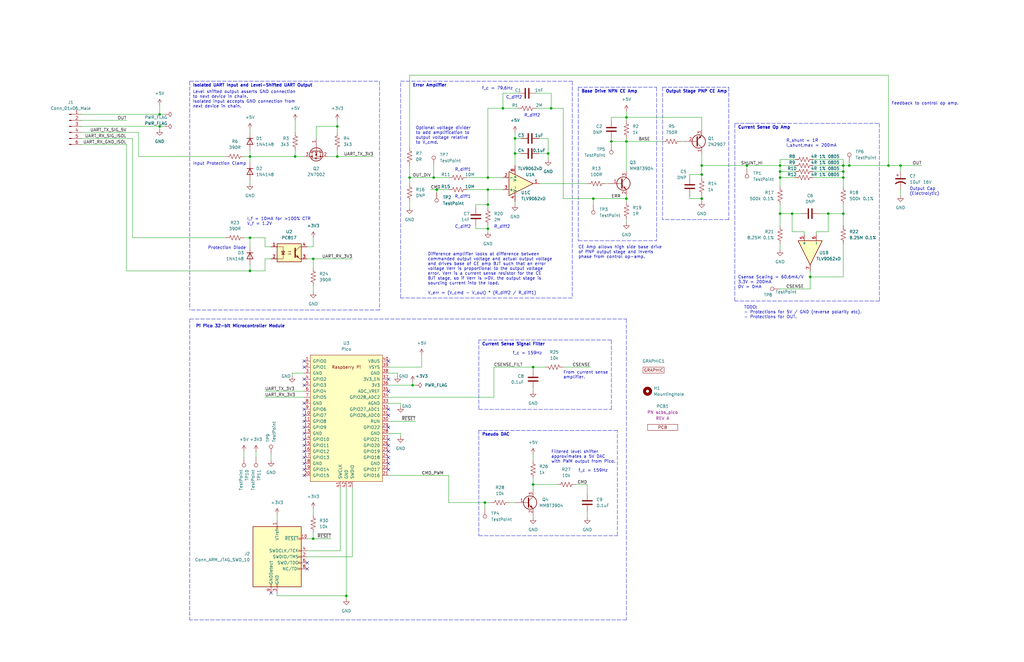
<source format=kicad_sch>
(kicad_sch (version 20211123) (generator eeschema)
  (paper "B")
  (title_block (title "Single Cell Battery Simulator Pico Demo Board") (date "2022-11-06") (rev "A") (company "Pants for Birds") (comment 1 "John McNelly - jkailimcnelly@gmail.com"))
  (lib_symbols
    (symbol "Amplifier_Operational:TLV9062xD" (pin_names (offset 0.127))
      (property "Reference" "U" (at 2.54 6.35 0))
      (property "Value" "TLV9062xD" (at 2.54 3.81 0))
      (symbol "TLV9062xD_1_1"
        (pin output line (at 7.62 0 180) (length 2.54) (name "~") (number "1"))
        (pin input line (at -7.62 -2.54 0) (length 2.54) (name "-") (number "2"))
        (pin input line (at -7.62 2.54 0) (length 2.54) (name "+") (number "3"))
      )
      (symbol "TLV9062xD_2_1"
        (pin input line (at -7.62 2.54 0) (length 2.54) (name "+") (number "5"))
        (pin input line (at -7.62 -2.54 0) (length 2.54) (name "-") (number "6"))
        (pin output line (at 7.62 0 180) (length 2.54) (name "~") (number "7"))
      )
      (symbol "TLV9062xD_3_1"
        (pin power_in line (at 0 -7.62 90) (length 3.81) (name "V-") (number "4"))
        (pin power_in line (at 0 7.62 270) (length 3.81) (name "V+") (number "8"))
      )
    )
    (symbol "Connector:Conn_01x06_Male" (pin_names (offset 1.016) hide)
      (property "Reference" "J" (at 0 7.62 0))
      (property "Value" "Conn_01x06_Male" (at 0 -10.16 0))
      (symbol "Conn_01x06_Male_1_1"
        (pin passive line (at 5.08 5.08 180) (length 3.81) (name "Pin_1") (number "1"))
        (pin passive line (at 5.08 2.54 180) (length 3.81) (name "Pin_2") (number "2"))
        (pin passive line (at 5.08 0 180) (length 3.81) (name "Pin_3") (number "3"))
        (pin passive line (at 5.08 -2.54 180) (length 3.81) (name "Pin_4") (number "4"))
        (pin passive line (at 5.08 -5.08 180) (length 3.81) (name "Pin_5") (number "5"))
        (pin passive line (at 5.08 -7.62 180) (length 3.81) (name "Pin_6") (number "6"))
      )
    )
    (symbol "Connector:Conn_ARM_JTAG_SWD_10" (pin_names (offset 1.016))
      (property "Reference" "J" (at -2.54 16.51 0))
      (property "Value" "Conn_ARM_JTAG_SWD_10" (at -2.54 13.97 0))
      (symbol "Conn_ARM_JTAG_SWD_10_1_1"
        (pin power_in line (at 0 15.24 270) (length 2.54) (name "VTref") (number "1"))
        (pin open_collector line (at 12.7 7.62 180) (length 2.54) (name "~{RESET}") (number "10"))
        (pin bidirectional line (at 12.7 0 180) (length 2.54) (name "SWDIO/TMS") (number "2"))
        (pin power_in line (at 0 -15.24 90) (length 2.54) (name "GND") (number "3"))
        (pin output line (at 12.7 2.54 180) (length 2.54) (name "SWDCLK/TCK") (number "4"))
        (pin passive line (at 0 -15.24 90) (length 2.54) hide (name "GND") (number "5"))
        (pin input line (at 12.7 -2.54 180) (length 2.54) (name "SWO/TDO") (number "6"))
        (pin no_connect line (at -10.16 0 0) (length 2.54) hide (name "KEY") (number "7"))
        (pin output line (at 12.7 -5.08 180) (length 2.54) (name "NC/TDI") (number "8"))
        (pin passive line (at -2.54 -15.24 90) (length 2.54) (name "GNDDetect") (number "9"))
      )
    )
    (symbol "Connector:TestPoint" (pin_numbers hide) (pin_names (offset 0.762) hide)
      (property "Reference" "TP" (at 0 6.858 0))
      (property "Value" "TestPoint" (at 0 5.08 0))
      (symbol "TestPoint_1_1"
        (pin passive line (at 0 0 90) (length 2.54) (name "1") (number "1"))
      )
    )
    (symbol "Custom_MCU:Pico" (pin_names (offset 1.016))
      (property "Reference" "U" (at -13.97 27.94 0))
      (property "Value" "Pico" (at 0 19.05 0))
      (symbol "Pico_0_0"
        (text "Raspberry Pi" (at 0 21.59 0) (effects (font (size 1.27 1.27))))
      )
      (symbol "Pico_1_1"
        (pin bidirectional line (at -17.78 24.13 0) (length 2.54) (name "GPIO0") (number "1"))
        (pin bidirectional line (at -17.78 1.27 0) (length 2.54) (name "GPIO7") (number "10"))
        (pin bidirectional line (at -17.78 -1.27 0) (length 2.54) (name "GPIO8") (number "11"))
        (pin bidirectional line (at -17.78 -3.81 0) (length 2.54) (name "GPIO9") (number "12"))
        (pin power_in line (at -17.78 -6.35 0) (length 2.54) (name "GND") (number "13"))
        (pin bidirectional line (at -17.78 -8.89 0) (length 2.54) (name "GPIO10") (number "14"))
        (pin bidirectional line (at -17.78 -11.43 0) (length 2.54) (name "GPIO11") (number "15"))
        (pin bidirectional line (at -17.78 -13.97 0) (length 2.54) (name "GPIO12") (number "16"))
        (pin bidirectional line (at -17.78 -16.51 0) (length 2.54) (name "GPIO13") (number "17"))
        (pin power_in line (at -17.78 -19.05 0) (length 2.54) (name "GND") (number "18"))
        (pin bidirectional line (at -17.78 -21.59 0) (length 2.54) (name "GPIO14") (number "19"))
        (pin bidirectional line (at -17.78 21.59 0) (length 2.54) (name "GPIO1") (number "2"))
        (pin bidirectional line (at -17.78 -24.13 0) (length 2.54) (name "GPIO15") (number "20"))
        (pin bidirectional line (at 17.78 -24.13 180) (length 2.54) (name "GPIO16") (number "21"))
        (pin bidirectional line (at 17.78 -21.59 180) (length 2.54) (name "GPIO17") (number "22"))
        (pin power_in line (at 17.78 -19.05 180) (length 2.54) (name "GND") (number "23"))
        (pin bidirectional line (at 17.78 -16.51 180) (length 2.54) (name "GPIO18") (number "24"))
        (pin bidirectional line (at 17.78 -13.97 180) (length 2.54) (name "GPIO19") (number "25"))
        (pin bidirectional line (at 17.78 -11.43 180) (length 2.54) (name "GPIO20") (number "26"))
        (pin bidirectional line (at 17.78 -8.89 180) (length 2.54) (name "GPIO21") (number "27"))
        (pin power_in line (at 17.78 -6.35 180) (length 2.54) (name "GND") (number "28"))
        (pin bidirectional line (at 17.78 -3.81 180) (length 2.54) (name "GPIO22") (number "29"))
        (pin power_in line (at -17.78 19.05 0) (length 2.54) (name "GND") (number "3"))
        (pin input line (at 17.78 -1.27 180) (length 2.54) (name "RUN") (number "30"))
        (pin bidirectional line (at 17.78 1.27 180) (length 2.54) (name "GPIO26_ADC0") (number "31"))
        (pin bidirectional line (at 17.78 3.81 180) (length 2.54) (name "GPIO27_ADC1") (number "32"))
        (pin power_in line (at 17.78 6.35 180) (length 2.54) (name "AGND") (number "33"))
        (pin bidirectional line (at 17.78 8.89 180) (length 2.54) (name "GPIO28_ADC2") (number "34"))
        (pin unspecified line (at 17.78 11.43 180) (length 2.54) (name "ADC_VREF") (number "35"))
        (pin unspecified line (at 17.78 13.97 180) (length 2.54) (name "3V3") (number "36"))
        (pin input line (at 17.78 16.51 180) (length 2.54) (name "3V3_EN") (number "37"))
        (pin bidirectional line (at 17.78 19.05 180) (length 2.54) (name "GND") (number "38"))
        (pin unspecified line (at 17.78 21.59 180) (length 2.54) (name "VSYS") (number "39"))
        (pin bidirectional line (at -17.78 16.51 0) (length 2.54) (name "GPIO2") (number "4"))
        (pin unspecified line (at 17.78 24.13 180) (length 2.54) (name "VBUS") (number "40"))
        (pin input line (at -2.54 -29.21 90) (length 2.54) (name "SWCLK") (number "41"))
        (pin power_in line (at 0 -29.21 90) (length 2.54) (name "GND") (number "42"))
        (pin bidirectional line (at 2.54 -29.21 90) (length 2.54) (name "SWDIO") (number "43"))
        (pin bidirectional line (at -17.78 13.97 0) (length 2.54) (name "GPIO3") (number "5"))
        (pin bidirectional line (at -17.78 11.43 0) (length 2.54) (name "GPIO4") (number "6"))
        (pin bidirectional line (at -17.78 8.89 0) (length 2.54) (name "GPIO5") (number "7"))
        (pin power_in line (at -17.78 6.35 0) (length 2.54) (name "GND") (number "8"))
        (pin bidirectional line (at -17.78 3.81 0) (length 2.54) (name "GPIO6") (number "9"))
      )
    )
    (symbol "Custom_Placeholder:Graphic" (pin_numbers hide) (pin_names (offset 0) hide) (in_bom no)
      (property "Reference" "GRAPHIC" (at 0 2.54 0))
      (symbol "Graphic_0_0"
        (text "GRAPHIC" (at 0 0 0) (effects (font (size 1.27 1.27))))
      )
    )
    (symbol "Custom_Placeholder:PCB" (pin_numbers hide) (pin_names (offset 0) hide)
      (property "Reference" "PCB" (at 0 4.445 0))
      (property "MPN" "PN XXXXXXX" (at 0 -2.54 0))
      (property "REV" "REV _" (at -3.175 -4.445 0))
      (symbol "PCB_0_0"
        (text "PCB" (at 0 0 0) (effects (font (size 1.27 1.27))))
      )
    )
    (symbol "Device:C" (pin_numbers hide) (pin_names (offset 0.254))
      (property "Reference" "C" (at 0.635 2.54 0))
      (property "Value" "C" (at 0.635 -2.54 0))
      (symbol "C_1_1"
        (pin passive line (at 0 3.81 270) (length 2.794) (name "~") (number "1"))
        (pin passive line (at 0 -3.81 90) (length 2.794) (name "~") (number "2"))
      )
    )
    (symbol "Device:C_Polarized_US" (pin_numbers hide) (pin_names (offset 0.254) hide)
      (property "Reference" "C" (at 0.635 2.54 0))
      (property "Value" "C_Polarized_US" (at 0.635 -2.54 0))
      (symbol "C_Polarized_US_1_1"
        (pin passive line (at 0 3.81 270) (length 2.794) (name "~") (number "1"))
        (pin passive line (at 0 -3.81 90) (length 3.302) (name "~") (number "2"))
      )
    )
    (symbol "Device:D" (pin_numbers hide) (pin_names (offset 1.016) hide)
      (property "Reference" "D" (at 0 2.54 0))
      (property "Value" "D" (at 0 -2.54 0))
      (symbol "D_1_1"
        (pin passive line (at -3.81 0 0) (length 2.54) (name "K") (number "1"))
        (pin passive line (at 3.81 0 180) (length 2.54) (name "A") (number "2"))
      )
    )
    (symbol "Device:Q_PNP_CBE" (pin_names (offset 0) hide)
      (property "Reference" "Q" (at 5.08 1.27 0))
      (property "Value" "Q_PNP_CBE" (at 5.08 -1.27 0))
      (symbol "Q_PNP_CBE_1_1"
        (pin passive line (at 2.54 5.08 270) (length 2.54) (name "C") (number "1"))
        (pin input line (at -5.08 0 0) (length 5.715) (name "B") (number "2"))
        (pin passive line (at 2.54 -5.08 90) (length 2.54) (name "E") (number "3"))
      )
    )
    (symbol "Device:R_US" (pin_numbers hide) (pin_names (offset 0))
      (property "Reference" "R" (at 2.54 0 90))
      (property "Value" "R_US" (at -2.54 0 90))
      (symbol "R_US_1_1"
        (pin passive line (at 0 3.81 270) (length 1.27) (name "~") (number "1"))
        (pin passive line (at 0 -3.81 90) (length 1.27) (name "~") (number "2"))
      )
    )
    (symbol "Isolator:PC817" (pin_names (offset 1.016))
      (property "Reference" "U" (at -5.08 5.08 0))
      (property "Value" "PC817" (at 0 5.08 0))
      (symbol "PC817_1_1"
        (pin passive line (at -7.62 2.54 0) (length 2.54) (name "~") (number "1"))
        (pin passive line (at -7.62 -2.54 0) (length 2.54) (name "~") (number "2"))
        (pin passive line (at 7.62 -2.54 180) (length 2.54) (name "~") (number "3"))
        (pin passive line (at 7.62 2.54 180) (length 2.54) (name "~") (number "4"))
      )
    )
    (symbol "Mechanical:MountingHole" (pin_names (offset 1.016))
      (property "Reference" "H" (at 0 5.08 0))
      (property "Value" "MountingHole" (at 0 3.175 0))
    )
    (symbol "Transistor_BJT:MMBT3904" (pin_names (offset 0) hide)
      (property "Reference" "Q" (at 5.08 1.905 0))
      (property "Value" "MMBT3904" (at 5.08 0 0))
      (symbol "MMBT3904_1_1"
        (pin input line (at -5.08 0 0) (length 5.715) (name "B") (number "1"))
        (pin passive line (at 2.54 -5.08 90) (length 2.54) (name "E") (number "2"))
        (pin passive line (at 2.54 5.08 270) (length 2.54) (name "C") (number "3"))
      )
    )
    (symbol "Transistor_FET:2N7002" (pin_names hide)
      (property "Reference" "Q" (at 5.08 1.905 0))
      (property "Value" "2N7002" (at 5.08 0 0))
      (symbol "2N7002_1_1"
        (pin input line (at -5.08 0 0) (length 2.54) (name "G") (number "1"))
        (pin passive line (at 2.54 -5.08 90) (length 2.54) (name "S") (number "2"))
        (pin passive line (at 2.54 5.08 270) (length 2.54) (name "D") (number "3"))
      )
    )
    (symbol "power:+3V3" (power) (pin_names (offset 0))
      (property "Value" "+3V3" (at 0 3.556 0))
      (symbol "+3V3_1_1"
        (pin power_in line (at 0 0 90) (length 0) hide (name "+3V3") (number "1"))
      )
    )
    (symbol "power:+5V" (power) (pin_names (offset 0))
      (property "Value" "+5V" (at 0 3.556 0))
      (symbol "+5V_1_1"
        (pin power_in line (at 0 0 90) (length 0) hide (name "+5V") (number "1"))
      )
    )
    (symbol "power:GND" (power) (pin_names (offset 0))
      (property "Value" "GND" (at 0 -3.81 0))
      (symbol "GND_1_1"
        (pin power_in line (at 0 0 270) (length 0) hide (name "GND") (number "1"))
      )
    )
    (symbol "power:PWR_FLAG" (power) (pin_numbers hide) (pin_names (offset 0) hide)
      (property "Value" "PWR_FLAG" (at 0 3.81 0))
      (symbol "PWR_FLAG_0_0"
        (pin power_out line (at 0 0 90) (length 0) (name "pwr") (number "1"))
      )
    )
  )
  (junction (at 264.16 59.69))
  (junction (at 334.01 90.17))
  (junction (at 105.41 100.33))
  (junction (at 205.74 80.01))
  (junction (at 217.17 58.42))
  (junction (at 349.25 90.17))
  (junction (at 205.74 86.36))
  (junction (at 67.31 53.34))
  (junction (at 250.19 83.82))
  (junction (at 295.91 69.85))
  (junction (at 295.91 73.66))
  (junction (at 355.6 74.93))
  (junction (at 172.72 74.93))
  (junction (at 328.93 72.39))
  (junction (at 132.08 227.33))
  (junction (at 182.88 74.93))
  (junction (at 217.17 64.77))
  (junction (at 257.81 59.69))
  (junction (at 295.91 83.82))
  (junction (at 379.73 69.85))
  (junction (at 341.63 116.84))
  (junction (at 132.08 109.22))
  (junction (at 231.14 64.77))
  (junction (at 328.93 90.17))
  (junction (at 328.93 69.85))
  (junction (at 355.6 69.85))
  (junction (at 173.99 162.56))
  (junction (at 355.6 90.17))
  (junction (at 205.74 96.52))
  (junction (at 224.79 154.94))
  (junction (at 314.96 69.85))
  (junction (at 67.31 48.26))
  (junction (at 142.24 53.34))
  (junction (at 224.79 204.47))
  (junction (at 105.41 114.3))
  (junction (at 264.16 83.82))
  (junction (at 212.09 45.72))
  (junction (at 358.14 69.85))
  (junction (at 184.15 80.01))
  (junction (at 205.74 74.93))
  (junction (at 124.46 66.04))
  (junction (at 264.16 49.53))
  (junction (at 374.65 69.85))
  (junction (at 142.24 66.04))
  (junction (at 105.41 66.04))
  (junction (at 146.05 251.46))
  (junction (at 204.47 212.09))
  (junction (at 355.6 72.39))
  (junction (at 232.41 45.72))
  (junction (at 328.93 74.93))
  (no_connect (at 163.83 160.02))
  (no_connect (at 163.83 193.04))
  (no_connect (at 163.83 172.72))
  (no_connect (at 163.83 190.5))
  (no_connect (at 163.83 175.26))
  (no_connect (at 114.3 250.19))
  (no_connect (at 163.83 187.96))
  (no_connect (at 163.83 195.58))
  (no_connect (at 128.27 198.12))
  (no_connect (at 129.54 240.03))
  (no_connect (at 163.83 198.12))
  (no_connect (at 128.27 160.02))
  (no_connect (at 128.27 154.94))
  (no_connect (at 129.54 237.49))
  (no_connect (at 128.27 152.4))
  (no_connect (at 163.83 185.42))
  (no_connect (at 163.83 165.1))
  (no_connect (at 128.27 200.66))
  (no_connect (at 163.83 152.4))
  (no_connect (at 163.83 180.34))
  (no_connect (at 128.27 162.56))
  (no_connect (at 128.27 175.26))
  (no_connect (at 128.27 177.8))
  (no_connect (at 128.27 180.34))
  (no_connect (at 128.27 182.88))
  (no_connect (at 128.27 185.42))
  (no_connect (at 128.27 190.5))
  (no_connect (at 128.27 193.04))
  (no_connect (at 128.27 195.58))
  (no_connect (at 128.27 187.96))
  (no_connect (at 128.27 172.72))
  (no_connect (at 128.27 170.18))
  (wire (pts (xy 102.87 66.04) (xy 105.41 66.04)))
  (wire (pts (xy 295.91 69.85) (xy 295.91 73.66)))
  (wire (pts (xy 328.93 69.85) (xy 335.28 69.85)))
  (wire (pts (xy 229.87 154.94) (xy 224.79 154.94)))
  (wire (pts (xy 328.93 69.85) (xy 328.93 72.39)))
  (wire (pts (xy 264.16 83.82) (xy 264.16 85.09)))
  (wire (pts (xy 226.06 39.37) (xy 232.41 39.37)))
  (wire (pts (xy 264.16 92.71) (xy 264.16 93.98)))
  (wire (pts (xy 224.79 201.93) (xy 224.79 204.47)))
  (wire (pts (xy 205.74 45.72) (xy 212.09 45.72)))
  (wire (pts (xy 173.99 162.56) (xy 163.83 162.56)))
  (wire (pts (xy 334.01 90.17) (xy 334.01 97.79)))
  (wire (pts (xy 173.99 161.29) (xy 173.99 162.56)))
  (wire (pts (xy 172.72 74.93) (xy 182.88 74.93)))
  (wire (pts (xy 334.01 90.17) (xy 337.82 90.17)))
  (wire (pts (xy 231.14 58.42) (xy 231.14 64.77)))
  (wire (pts (xy 196.85 74.93) (xy 205.74 74.93)))
  (wire (pts (xy 227.33 58.42) (xy 231.14 58.42)))
  (wire (pts (xy 341.63 116.84) (xy 341.63 121.92)))
  (wire (pts (xy 214.63 212.09) (xy 217.17 212.09)))
  (wire (pts (xy 257.81 50.8) (xy 257.81 49.53)))
  (wire (pts (xy 257.81 59.69) (xy 257.81 60.96)))
  (wire (pts (xy 217.17 64.77) (xy 219.71 64.77)))
  (wire (pts (xy 105.41 54.61) (xy 105.41 55.88)))
  (wire (pts (xy 288.29 59.69) (xy 287.02 59.69)))
  (wire (pts (xy 34.29 60.96) (xy 53.34 60.96)))
  (wire (pts (xy 212.09 39.37) (xy 212.09 45.72)))
  (wire (pts (xy 328.93 74.93) (xy 335.28 74.93)))
  (wire (pts (xy 67.31 53.34) (xy 69.85 53.34)))
  (wire (pts (xy 379.73 80.01) (xy 379.73 82.55)))
  (wire (pts (xy 168.91 171.45) (xy 168.91 170.18)))
  (wire (pts (xy 133.35 53.34) (xy 142.24 53.34)))
  (wire (pts (xy 224.79 163.83) (xy 224.79 165.1)))
  (wire (pts (xy 344.17 97.79) (xy 344.17 99.06)))
  (wire (pts (xy 232.41 45.72) (xy 226.06 45.72)))
  (wire (pts (xy 358.14 69.85) (xy 374.65 69.85)))
  (wire (pts (xy 111.76 100.33) (xy 111.76 104.14)))
  (wire (pts (xy 34.29 50.8) (xy 53.34 50.8)))
  (wire (pts (xy 227.33 77.47) (xy 247.65 77.47)))
  (wire (pts (xy 349.25 97.79) (xy 344.17 97.79)))
  (polyline (pts (xy 243.84 36.83) (xy 243.84 101.6)))
  (polyline (pts (xy 307.34 36.83) (xy 307.34 92.71)))
  (wire (pts (xy 102.87 100.33) (xy 105.41 100.33)))
  (wire (pts (xy 224.79 204.47) (xy 234.95 204.47)))
  (wire (pts (xy 204.47 212.09) (xy 204.47 214.63)))
  (wire (pts (xy 355.6 67.31) (xy 355.6 69.85)))
  (wire (pts (xy 143.51 232.41) (xy 129.54 232.41)))
  (wire (pts (xy 295.91 82.55) (xy 295.91 83.82)))
  (polyline (pts (xy 279.4 36.83) (xy 307.34 36.83)))
  (polyline (pts (xy 241.3 34.29) (xy 241.3 125.73)))
  (wire (pts (xy 132.08 227.33) (xy 139.7 227.33)))
  (wire (pts (xy 132.08 120.65) (xy 132.08 123.19)))
  (wire (pts (xy 53.34 114.3) (xy 105.41 114.3)))
  (wire (pts (xy 34.29 48.26) (xy 67.31 48.26)))
  (wire (pts (xy 279.4 59.69) (xy 264.16 59.69)))
  (wire (pts (xy 264.16 46.99) (xy 264.16 49.53)))
  (polyline (pts (xy 307.34 92.71) (xy 279.4 92.71)))
  (wire (pts (xy 328.93 74.93) (xy 328.93 78.74)))
  (wire (pts (xy 172.72 69.85) (xy 172.72 74.93)))
  (wire (pts (xy 355.6 90.17) (xy 355.6 95.25)))
  (wire (pts (xy 67.31 44.45) (xy 67.31 48.26)))
  (wire (pts (xy 200.66 96.52) (xy 205.74 96.52)))
  (wire (pts (xy 168.91 184.15) (xy 168.91 182.88)))
  (wire (pts (xy 328.93 72.39) (xy 335.28 72.39)))
  (wire (pts (xy 264.16 49.53) (xy 264.16 50.8)))
  (wire (pts (xy 184.15 80.01) (xy 189.23 80.01)))
  (wire (pts (xy 107.95 190.5) (xy 107.95 193.04)))
  (polyline (pts (xy 201.93 143.51) (xy 201.93 172.72)))
  (wire (pts (xy 342.9 72.39) (xy 355.6 72.39)))
  (polyline (pts (xy 264.16 134.62) (xy 264.16 261.62)))
  (wire (pts (xy 124.46 63.5) (xy 124.46 66.04)))
  (polyline (pts (xy 243.84 101.6) (xy 276.86 101.6)))
  (wire (pts (xy 55.88 100.33) (xy 95.25 100.33)))
  (wire (pts (xy 374.65 69.85) (xy 379.73 69.85)))
  (polyline (pts (xy 168.91 34.29) (xy 241.3 34.29)))
  (wire (pts (xy 295.91 83.82) (xy 295.91 85.09)))
  (wire (pts (xy 105.41 63.5) (xy 105.41 66.04)))
  (wire (pts (xy 146.05 251.46) (xy 146.05 252.73)))
  (wire (pts (xy 328.93 72.39) (xy 328.93 74.93)))
  (wire (pts (xy 355.6 74.93) (xy 355.6 78.74)))
  (wire (pts (xy 242.57 204.47) (xy 247.65 204.47)))
  (wire (pts (xy 172.72 31.75) (xy 374.65 31.75)))
  (wire (pts (xy 200.66 86.36) (xy 205.74 86.36)))
  (wire (pts (xy 177.8 149.86) (xy 177.8 154.94)))
  (wire (pts (xy 224.79 191.77) (xy 224.79 194.31)))
  (polyline (pts (xy 257.81 172.72) (xy 257.81 143.51)))
  (wire (pts (xy 114.3 191.77) (xy 114.3 194.31)))
  (wire (pts (xy 290.83 73.66) (xy 295.91 73.66)))
  (wire (pts (xy 105.41 114.3) (xy 111.76 114.3)))
  (wire (pts (xy 295.91 64.77) (xy 295.91 69.85)))
  (polyline (pts (xy 309.88 127) (xy 309.88 52.07)))
  (wire (pts (xy 314.96 69.85) (xy 328.93 69.85)))
  (wire (pts (xy 205.74 95.25) (xy 205.74 96.52)))
  (wire (pts (xy 172.72 85.09) (xy 172.72 87.63)))
  (wire (pts (xy 168.91 182.88) (xy 163.83 182.88)))
  (wire (pts (xy 189.23 212.09) (xy 204.47 212.09)))
  (wire (pts (xy 208.28 154.94) (xy 224.79 154.94)))
  (wire (pts (xy 257.81 59.69) (xy 264.16 59.69)))
  (wire (pts (xy 250.19 83.82) (xy 250.19 86.36)))
  (polyline (pts (xy 370.84 127) (xy 309.88 127)))
  (wire (pts (xy 355.6 116.84) (xy 341.63 116.84)))
  (wire (pts (xy 200.66 95.25) (xy 200.66 96.52)))
  (wire (pts (xy 67.31 48.26) (xy 69.85 48.26)))
  (polyline (pts (xy 316.23 52.07) (xy 370.84 52.07)))
  (wire (pts (xy 132.08 104.14) (xy 129.54 104.14)))
  (wire (pts (xy 355.6 72.39) (xy 355.6 74.93)))
  (wire (pts (xy 328.93 121.92) (xy 341.63 121.92)))
  (wire (pts (xy 123.19 158.75) (xy 123.19 157.48)))
  (wire (pts (xy 224.79 217.17) (xy 224.79 218.44)))
  (wire (pts (xy 355.6 86.36) (xy 355.6 90.17)))
  (wire (pts (xy 217.17 58.42) (xy 219.71 58.42)))
  (wire (pts (xy 124.46 66.04) (xy 128.27 66.04)))
  (wire (pts (xy 328.93 86.36) (xy 328.93 90.17)))
  (wire (pts (xy 374.65 31.75) (xy 374.65 69.85)))
  (polyline (pts (xy 260.35 226.06) (xy 260.35 181.61)))
  (wire (pts (xy 200.66 87.63) (xy 200.66 86.36)))
  (wire (pts (xy 255.27 77.47) (xy 256.54 77.47)))
  (wire (pts (xy 257.81 58.42) (xy 257.81 59.69)))
  (wire (pts (xy 184.15 80.01) (xy 184.15 81.28)))
  (wire (pts (xy 111.76 114.3) (xy 111.76 109.22)))
  (polyline (pts (xy 279.4 36.83) (xy 279.4 92.71)))
  (wire (pts (xy 111.76 165.1) (xy 128.27 165.1)))
  (polyline (pts (xy 160.02 130.81) (xy 80.01 130.81)))
  (wire (pts (xy 224.79 154.94) (xy 224.79 156.21)))
  (wire (pts (xy 105.41 111.76) (xy 105.41 114.3)))
  (polyline (pts (xy 309.88 52.07) (xy 316.23 52.07)))
  (wire (pts (xy 111.76 167.64) (xy 128.27 167.64)))
  (wire (pts (xy 355.6 69.85) (xy 358.14 69.85)))
  (wire (pts (xy 148.59 234.95) (xy 148.59 205.74)))
  (wire (pts (xy 232.41 39.37) (xy 232.41 45.72)))
  (wire (pts (xy 290.83 83.82) (xy 295.91 83.82)))
  (wire (pts (xy 163.83 154.94) (xy 177.8 154.94)))
  (wire (pts (xy 105.41 100.33) (xy 105.41 104.14)))
  (wire (pts (xy 218.44 39.37) (xy 212.09 39.37)))
  (wire (pts (xy 204.47 212.09) (xy 207.01 212.09)))
  (wire (pts (xy 163.83 177.8) (xy 175.26 177.8)))
  (wire (pts (xy 205.74 96.52) (xy 205.74 97.79)))
  (wire (pts (xy 168.91 170.18) (xy 163.83 170.18)))
  (wire (pts (xy 250.19 83.82) (xy 264.16 83.82)))
  (wire (pts (xy 379.73 69.85) (xy 388.62 69.85)))
  (wire (pts (xy 217.17 55.88) (xy 217.17 58.42)))
  (wire (pts (xy 295.91 49.53) (xy 295.91 54.61)))
  (wire (pts (xy 182.88 69.85) (xy 182.88 74.93)))
  (wire (pts (xy 237.49 154.94) (xy 248.92 154.94)))
  (wire (pts (xy 217.17 85.09) (xy 217.17 86.36)))
  (wire (pts (xy 181.61 80.01) (xy 184.15 80.01)))
  (wire (pts (xy 349.25 90.17) (xy 349.25 97.79)))
  (wire (pts (xy 264.16 58.42) (xy 264.16 59.69)))
  (wire (pts (xy 314.96 69.85) (xy 314.96 71.12)))
  (wire (pts (xy 142.24 66.04) (xy 157.48 66.04)))
  (wire (pts (xy 345.44 90.17) (xy 349.25 90.17)))
  (polyline (pts (xy 201.93 172.72) (xy 257.81 172.72)))
  (wire (pts (xy 237.49 83.82) (xy 237.49 45.72)))
  (wire (pts (xy 355.6 74.93) (xy 342.9 74.93)))
  (wire (pts (xy 116.84 217.17) (xy 116.84 219.71)))
  (wire (pts (xy 342.9 69.85) (xy 355.6 69.85)))
  (wire (pts (xy 247.65 204.47) (xy 247.65 208.28)))
  (wire (pts (xy 105.41 66.04) (xy 105.41 68.58)))
  (wire (pts (xy 217.17 58.42) (xy 217.17 64.77)))
  (polyline (pts (xy 80.01 134.62) (xy 264.16 134.62)))
  (wire (pts (xy 129.54 109.22) (xy 132.08 109.22)))
  (polyline (pts (xy 264.16 261.62) (xy 80.01 261.62)))
  (wire (pts (xy 295.91 69.85) (xy 314.96 69.85)))
  (wire (pts (xy 111.76 109.22) (xy 114.3 109.22)))
  (wire (pts (xy 205.74 86.36) (xy 205.74 87.63)))
  (wire (pts (xy 55.88 58.42) (xy 55.88 100.33)))
  (wire (pts (xy 205.74 74.93) (xy 212.09 74.93)))
  (wire (pts (xy 105.41 100.33) (xy 111.76 100.33)))
  (wire (pts (xy 264.16 49.53) (xy 295.91 49.53)))
  (wire (pts (xy 328.93 90.17) (xy 334.01 90.17)))
  (wire (pts (xy 196.85 80.01) (xy 205.74 80.01)))
  (polyline (pts (xy 241.3 125.73) (xy 168.91 125.73)))
  (polyline (pts (xy 243.84 36.83) (xy 276.86 36.83)))
  (wire (pts (xy 124.46 50.8) (xy 124.46 55.88)))
  (polyline (pts (xy 260.35 181.61) (xy 201.93 181.61)))
  (wire (pts (xy 163.83 200.66) (xy 189.23 200.66)))
  (polyline (pts (xy 201.93 226.06) (xy 260.35 226.06)))
  (wire (pts (xy 142.24 66.04) (xy 138.43 66.04)))
  (wire (pts (xy 379.73 69.85) (xy 379.73 72.39)))
  (wire (pts (xy 111.76 104.14) (xy 114.3 104.14)))
  (wire (pts (xy 142.24 53.34) (xy 142.24 55.88)))
  (wire (pts (xy 133.35 58.42) (xy 133.35 53.34)))
  (wire (pts (xy 205.74 80.01) (xy 212.09 80.01)))
  (wire (pts (xy 208.28 167.64) (xy 163.83 167.64)))
  (wire (pts (xy 58.42 66.04) (xy 58.42 55.88)))
  (wire (pts (xy 53.34 60.96) (xy 53.34 114.3)))
  (polyline (pts (xy 160.02 34.29) (xy 160.02 130.81)))
  (wire (pts (xy 247.65 215.9) (xy 247.65 218.44)))
  (wire (pts (xy 182.88 74.93) (xy 189.23 74.93)))
  (wire (pts (xy 132.08 100.33) (xy 132.08 104.14)))
  (wire (pts (xy 173.99 162.56) (xy 175.26 162.56)))
  (wire (pts (xy 334.01 97.79) (xy 339.09 97.79)))
  (wire (pts (xy 172.72 31.75) (xy 172.72 62.23)))
  (wire (pts (xy 328.93 90.17) (xy 328.93 95.25)))
  (polyline (pts (xy 168.91 125.73) (xy 168.91 34.29)))
  (wire (pts (xy 224.79 204.47) (xy 224.79 207.01)))
  (wire (pts (xy 172.72 74.93) (xy 172.72 77.47)))
  (wire (pts (xy 328.93 102.87) (xy 328.93 105.41)))
  (polyline (pts (xy 80.01 34.29) (xy 160.02 34.29)))
  (wire (pts (xy 257.81 49.53) (xy 264.16 49.53)))
  (wire (pts (xy 102.87 190.5) (xy 102.87 193.04)))
  (wire (pts (xy 167.64 158.75) (xy 167.64 157.48)))
  (wire (pts (xy 105.41 76.2) (xy 105.41 77.47)))
  (wire (pts (xy 129.54 227.33) (xy 132.08 227.33)))
  (wire (pts (xy 250.19 83.82) (xy 237.49 83.82)))
  (wire (pts (xy 339.09 97.79) (xy 339.09 99.06)))
  (wire (pts (xy 349.25 90.17) (xy 355.6 90.17)))
  (wire (pts (xy 355.6 102.87) (xy 355.6 116.84)))
  (wire (pts (xy 34.29 55.88) (xy 58.42 55.88)))
  (wire (pts (xy 105.41 66.04) (xy 124.46 66.04)))
  (wire (pts (xy 208.28 154.94) (xy 208.28 167.64)))
  (wire (pts (xy 129.54 234.95) (xy 148.59 234.95)))
  (wire (pts (xy 290.83 82.55) (xy 290.83 83.82)))
  (wire (pts (xy 146.05 205.74) (xy 146.05 251.46)))
  (wire (pts (xy 217.17 64.77) (xy 217.17 69.85)))
  (wire (pts (xy 264.16 59.69) (xy 264.16 72.39)))
  (wire (pts (xy 341.63 116.84) (xy 341.63 114.3)))
  (wire (pts (xy 358.14 68.58) (xy 358.14 69.85)))
  (wire (pts (xy 142.24 50.8) (xy 142.24 53.34)))
  (wire (pts (xy 132.08 214.63) (xy 132.08 217.17)))
  (wire (pts (xy 205.74 80.01) (xy 205.74 86.36)))
  (wire (pts (xy 342.9 67.31) (xy 355.6 67.31)))
  (polyline (pts (xy 80.01 134.62) (xy 80.01 261.62)))
  (wire (pts (xy 132.08 224.79) (xy 132.08 227.33)))
  (wire (pts (xy 227.33 64.77) (xy 231.14 64.77)))
  (polyline (pts (xy 276.86 36.83) (xy 276.86 101.6)))
  (wire (pts (xy 58.42 66.04) (xy 95.25 66.04)))
  (polyline (pts (xy 257.81 143.51) (xy 201.93 143.51)))
  (polyline (pts (xy 201.93 181.61) (xy 201.93 226.06)))
  (wire (pts (xy 328.93 67.31) (xy 328.93 69.85)))
  (wire (pts (xy 67.31 53.34) (xy 34.29 53.34)))
  (wire (pts (xy 132.08 109.22) (xy 132.08 113.03)))
  (polyline (pts (xy 80.01 34.29) (xy 80.01 130.81)))
  (wire (pts (xy 189.23 200.66) (xy 189.23 212.09)))
  (wire (pts (xy 67.31 54.61) (xy 67.31 53.34)))
  (wire (pts (xy 34.29 58.42) (xy 55.88 58.42)))
  (wire (pts (xy 295.91 73.66) (xy 295.91 74.93)))
  (wire (pts (xy 116.84 251.46) (xy 146.05 251.46)))
  (polyline (pts (xy 370.84 52.07) (xy 370.84 127)))
  (wire (pts (xy 143.51 205.74) (xy 143.51 232.41)))
  (wire (pts (xy 231.14 67.31) (xy 231.14 64.77)))
  (wire (pts (xy 355.6 69.85) (xy 355.6 72.39)))
  (wire (pts (xy 123.19 157.48) (xy 128.27 157.48)))
  (wire (pts (xy 290.83 74.93) (xy 290.83 73.66)))
  (wire (pts (xy 132.08 109.22) (xy 148.59 109.22)))
  (wire (pts (xy 205.74 74.93) (xy 205.74 45.72)))
  (wire (pts (xy 167.64 157.48) (xy 163.83 157.48)))
  (wire (pts (xy 116.84 250.19) (xy 116.84 251.46)))
  (wire (pts (xy 212.09 45.72) (xy 218.44 45.72)))
  (wire (pts (xy 264.16 82.55) (xy 264.16 83.82)))
  (wire (pts (xy 142.24 63.5) (xy 142.24 66.04)))
  (wire (pts (xy 237.49 45.72) (xy 232.41 45.72)))
  (wire (pts (xy 335.28 67.31) (xy 328.93 67.31)))
  (text "R_diff1" (at 191.77 72.39 0) (effects (font (size 1.27 1.27)) (justify left bottom)))
  (text "Input Protection Clamp" (at 81.28 69.85 0) (effects (font (size 1.27 1.27)) (justify left bottom)))
  (text "Difference amplifier looks at difference between\ncommanded output voltage and actual output voltage\nand drives base of CE amp BJT such that an error\nvoltage Verr is proportional to the output voltage\nerror. Verr is a current sense resistor for the CE\nBJT stage, so if Verr is >0V, the output stage is\nsourcing current into the load.\n\nV_err = (V_cmd - V_out) * (R_diff2 / R_diff1)" (at 180.34 124.46 0) (effects (font (size 1.27 1.27)) (justify left bottom)))
  (text "Protection Diode" (at 87.63 105.41 0) (effects (font (size 1.27 1.27)) (justify left bottom)))
  (text "Error Amplifier" (at 173.99 36.83 0) (effects (font (size 1.27 1.27) (thickness 0.254) bold) (justify left bottom)))
  (text "Pseudo DAC" (at 203.2 184.15 0) (effects (font (size 1.27 1.27) bold) (justify left bottom)))
  (text "f_c = 79.6Hz" (at 203.2 38.1 0) (effects (font (size 1.27 1.27)) (justify left bottom)))
  (text "f_c = 159Hz" (at 228.6 149.86 180) (effects (font (size 1.27 1.27)) (justify right bottom)))
  (text "Csense Scaling = 60.6mA/V\n3.3V = 200mA\n0V = 0mA" (at 311.15 121.92 0) (effects (font (size 1.27 1.27)) (justify left bottom)))
  (text "f_c = 159Hz" (at 243.84 199.39 0) (effects (font (size 1.27 1.27)) (justify left bottom)))
  (text "Current Sense Op Amp" (at 311.15 54.61 0) (effects (font (size 1.27 1.27) (thickness 0.254) bold) (justify left bottom)))
  (text "C_diff2" (at 191.77 96.52 0) (effects (font (size 1.27 1.27)) (justify left bottom)))
  (text "Feedback to control op amp." (at 375.92 44.45 0) (effects (font (size 1.27 1.27)) (justify left bottom)))
  (text "Isolated UART Input and Level-Shifted UART Output" (at 81.28 36.83 0) (effects (font (size 1.27 1.27) (thickness 0.254) bold) (justify left bottom)))
  (text "C_diff2" (at 213.36 41.91 0) (effects (font (size 1.27 1.27)) (justify left bottom)))
  (text "Pi Pico 32-bit Microcontroller Module" (at 82.55 138.43 0) (effects (font (size 1.27 1.27) (thickness 0.254) bold) (justify left bottom)))
  (text "Optional voltage divider\nto add amplification to\noutput voltage relative\nto V_cmd." (at 175.26 60.96 0) (effects (font (size 1.27 1.27)) (justify left bottom)))
  (text "Output Stage PNP CE Amp" (at 280.67 39.37 0) (effects (font (size 1.27 1.27) bold) (justify left bottom)))
  (text "R_diff2" (at 220.98 49.53 0) (effects (font (size 1.27 1.27)) (justify left bottom)))
  (text "R_diff1" (at 191.6994 83.7994 0) (effects (font (size 1.27 1.27)) (justify left bottom)))
  (text "From current sense\namplifier." (at 237.49 160.02 0) (effects (font (size 1.27 1.27)) (justify left bottom)))
  (text "CE Amp allows high side base drive\nof PNP output stage and inverts\nphase from control op-amp." (at 243.84 109.22 0) (effects (font (size 1.27 1.27)) (justify left bottom)))
  (text "Filtered level shifter\napproximates a 5V DAC\nwith PWM output from Pico." (at 232.41 195.58 0) (effects (font (size 1.27 1.27)) (justify left bottom)))
  (text "TODO:\n- Protections for 5V / GND (reverse polarity etc).\n- Protections for OUT." (at 313.69 134.62 0) (effects (font (size 1.27 1.27)) (justify left bottom)))
  (text "Base Drive NPN CE Amp" (at 245.11 39.37 0) (effects (font (size 1.27 1.27) (thickness 0.254) bold) (justify left bottom)))
  (text "R_shunt = 1R\nI_shunt,max = 200mA" (at 331.47 62.23 0) (effects (font (size 1.27 1.27)) (justify left bottom)))
  (text "R_diff2" (at 208.28 96.52 0) (effects (font (size 1.27 1.27)) (justify left bottom)))
  (text "Output Cap\n(Electrolytic)" (at 383.54 82.55 0) (effects (font (size 1.27 1.27)) (justify left bottom)))
  (text "I_f = 10mA for >100% CTR\nV_f = 1.2V" (at 104.14 95.25 0) (effects (font (size 1.27 1.27)) (justify left bottom)))
  (text "Current Sense Signal Filter" (at 203.2 146.05 0) (effects (font (size 1.27 1.27) bold) (justify left bottom)))
  (text "Level shifted output asserts GND connection\nto next device in chain.\nIsolated input accepts GND connection from\nnext device in chain." (at 81.28 45.72 0) (effects (font (size 1.27 1.27)) (justify left bottom)))
  (label "UART_RX_3V3" (at 111.76 167.64 0))
  (label "~{RESET}" (at 139.7 227.33 180))
  (label "CSENSE_FILT" (at 208.28 154.94 0))
  (label "SHUNT_HI" (at 312.42 69.85 0))
  (label "UART_RX_GND_ISOL" (at 53.34 60.96 180))
  (label "UART_RX_3V3" (at 148.59 109.22 180))
  (label "UART_TX_SIG_5V" (at 53.34 55.88 180))
  (label "CSENSE" (at 248.92 154.94 180))
  (label "UART_TX_3V3" (at 157.48 66.04 180))
  (label "OUT" (at 53.34 50.8 180))
  (label "CMD" (at 247.65 204.47 180))
  (label "ERR" (at 257.81 83.82 0))
  (label "CMD" (at 181.61 80.01 0))
  (label "UART_RX_SIG_ISOL" (at 53.34 58.42 180))
  (label "BASE" (at 269.24 59.69 0))
  (label "~{RESET}" (at 175.26 177.8 180))
  (label "OUT" (at 388.62 69.85 180))
  (label "CMD_PWM" (at 177.8 200.66 0))
  (label "CSENSE" (at 331.47 121.92 0))
  (label "UART_TX_3V3" (at 111.76 165.1 0))
  (label "OUT_DIV" (at 173.99 74.93 0))
  (symbol (lib_id "Isolator:PC817") (at 121.92 106.68 0) (unit 1)
    (property "Reference" "U2" (at 121.92 97.79 0))
    (property "Value" "PC817" (at 121.92 100.33 0))
    (property "Footprint" "Package_DIP:DIP-4_W7.62mm" (effects hide))
    (property "Datasheet" "http://www.soselectronic.cz/a_info/resource/d/pc817.pdf" (effects hide))
    (property "MPN" "BPC-817S ( C BIN )" (effects hide))
    (property "Standard Cost" "0.15" (effects hide))
  )
  (symbol (lib_id "Device:R_US") (at 295.91 78.74 0) (unit 1)
    (property "Reference" "R14" (at 298.45 77.4699 0) (effects (justify left)))
    (property "Value" "1k" (at 298.45 80.0099 0) (effects (justify left)))
    (property "Footprint" "Resistor_SMD:R_0805_2012Metric" (effects hide))
    (property "Standard Cost" "0.01" (effects hide))
  )
  (symbol (lib_id "Device:R_US") (at 283.21 59.69 90) (unit 1)
    (property "Reference" "R5" (at 283.21 53.34 90))
    (property "Value" "750R" (at 283.21 55.88 90))
    (property "Footprint" "Resistor_SMD:R_0805_2012Metric" (effects hide))
    (property "Standard Cost" "0.01" (effects hide))
  )
  (symbol (lib_id "Device:R_US") (at 238.76 204.47 90) (unit 1)
    (property "Reference" "R27" (at 238.76 198.12 90))
    (property "Value" "10k" (at 238.76 200.66 90))
    (property "Footprint" "Resistor_SMD:R_0805_2012Metric" (effects hide))
    (property "Standard Cost" "0.01" (effects hide))
  )
  (symbol (lib_id "Device:R_US") (at 172.72 66.04 0) (unit 1)
    (property "Reference" "R7" (at 175.26 64.7699 0) (effects (justify left)))
    (property "Value" "0R" (at 175.26 67.3099 0) (effects (justify left)))
    (property "Footprint" "Resistor_SMD:R_0805_2012Metric" (effects hide))
    (property "Standard Cost" "0.01" (effects hide))
  )
  (symbol (lib_id "Mechanical:MountingHole") (at 273.05 165.1 0) (unit 1) (in_bom no)
    (property "Reference" "H1" (at 275.59 163.8299 0) (effects (justify left)))
    (property "Value" "MountingHole" (at 275.59 166.3699 0) (effects (justify left)))
    (property "Footprint" "MountingHole:MountingHole_3.2mm_M3" (effects hide))
    (property "MPN" "DNP" (effects hide))
    (property "Standard Cost" "0.00" (effects hide))
  )
  (symbol (lib_id "Amplifier_Operational:TLV9062xD") (at 341.63 106.68 90) (mirror x) (unit 2)
    (property "Reference" "U1" (at 345.44 106.68 90) (effects (justify right)))
    (property "Value" "TLV9062xD" (at 344.17 109.22 90) (effects (justify right)))
    (property "Footprint" "Package_SO:SOIC-8_3.9x4.9mm_P1.27mm" (effects hide))
    (property "Datasheet" "https://www.ti.com/lit/ds/symlink/tlv9062.pdf" (effects hide))
    (property "MPN" "TLV9062IDR" (effects hide))
    (property "Standard Cost" "0.44" (effects hide))
  )
  (symbol (lib_id "Device:R_US") (at 339.09 67.31 90) (unit 1)
    (property "Reference" "R8" (at 334.01 66.04 90))
    (property "Value" "4R 1% 0805" (at 347.98 66.04 90))
    (property "Footprint" "Resistor_SMD:R_0805_2012Metric" (effects hide))
    (property "Standard Cost" "0.01" (effects hide))
  )
  (symbol (lib_id "power:GND") (at 114.3 194.31 0) (unit 1)
    (property "Reference" "#PWR03" (effects hide))
    (property "Value" "GND" (at 114.3 199.39 0))
  )
  (symbol (lib_id "Connector:TestPoint") (at 184.15 81.28 180) (unit 1)
    (property "Reference" "TP2" (at 186.69 83.3119 0) (effects (justify right)))
    (property "Value" "TestPoint" (at 186.69 85.8519 0) (effects (justify right)))
    (property "Footprint" "TestPoint:TestPoint_Pad_2.0x2.0mm" (effects hide))
    (property "Standard Cost" "0.00" (effects hide))
  )
  (symbol (lib_id "power:GND") (at 146.05 252.73 0) (unit 1)
    (property "Reference" "#PWR0124" (effects hide))
    (property "Value" "GND" (at 146.05 257.81 0))
  )
  (symbol (lib_id "Device:R_US") (at 132.08 116.84 0) (unit 1)
    (property "Reference" "R24" (at 134.62 115.5699 0) (effects (justify left)))
    (property "Value" "390R" (at 134.62 118.1099 0) (effects (justify left)))
    (property "Footprint" "Resistor_SMD:R_0805_2012Metric" (effects hide))
    (property "Standard Cost" "0.01" (effects hide))
  )
  (symbol (lib_id "power:GND") (at 217.17 86.36 0) (unit 1)
    (property "Reference" "#PWR0108" (effects hide))
    (property "Value" "GND" (at 217.17 91.44 0))
  )
  (symbol (lib_id "Connector:TestPoint") (at 314.96 71.12 180) (unit 1)
    (property "Reference" "TP1" (at 317.5 73.1519 0) (effects (justify right)))
    (property "Value" "TestPoint" (at 317.5 75.6919 0) (effects (justify right)))
    (property "Footprint" "TestPoint:TestPoint_Pad_2.0x2.0mm" (effects hide))
    (property "Standard Cost" "0.00" (effects hide))
  )
  (symbol (lib_id "Device:R_US") (at 328.93 82.55 0) (unit 1)
    (property "Reference" "R17" (at 326.39 81.28 0) (effects (justify right)))
    (property "Value" "500k 0.1%" (at 326.39 83.82 0) (effects (justify right)))
    (property "Footprint" "Resistor_SMD:R_0805_2012Metric" (effects hide))
    (property "Standard Cost" "0.01" (effects hide))
  )
  (symbol (lib_id "power:+5V") (at 124.46 50.8 0) (unit 1)
    (property "Reference" "#PWR0117" (effects hide))
    (property "Value" "+5V" (at 124.46 45.72 0))
  )
  (symbol (lib_id "power:GND") (at 328.93 105.41 0) (unit 1)
    (property "Reference" "#PWR0106" (effects hide))
    (property "Value" "GND" (at 328.93 110.49 0))
  )
  (symbol (lib_id "power:+5V") (at 224.79 191.77 0) (unit 1)
    (property "Reference" "#PWR0111" (effects hide))
    (property "Value" "+5V" (at 224.79 186.69 0))
  )
  (symbol (lib_id "Device:R_US") (at 339.09 72.39 90) (unit 1)
    (property "Reference" "R10" (at 334.01 71.12 90))
    (property "Value" "4R 1% 0805" (at 347.98 71.12 90))
    (property "Footprint" "Resistor_SMD:R_0805_2012Metric" (effects hide))
    (property "Standard Cost" "0.01" (effects hide))
  )
  (symbol (lib_id "Amplifier_Operational:TLV9062xD") (at 219.71 77.47 0) (mirror x) (unit 1)
    (property "Reference" "U1" (at 223.52 73.66 0))
    (property "Value" "TLV9062xD" (at 223.52 71.12 0))
    (property "Footprint" "Package_SO:SOIC-8_3.9x4.9mm_P1.27mm" (effects hide))
    (property "Datasheet" "https://www.ti.com/lit/ds/symlink/tlv9062.pdf" (effects hide))
    (property "MPN" "TLV9062IDR" (effects hide))
    (property "Standard Cost" "0.44" (effects hide))
  )
  (symbol (lib_id "power:GND") (at 224.79 165.1 0) (mirror y) (unit 1)
    (property "Reference" "#PWR0122" (effects hide))
    (property "Value" "GND" (at 224.79 170.18 0))
  )
  (symbol (lib_id "power:GND") (at 231.14 67.31 0) (unit 1)
    (property "Reference" "#PWR0102" (effects hide))
    (property "Value" "GND" (at 231.14 72.39 0))
  )
  (symbol (lib_id "power:GND") (at 172.72 87.63 0) (unit 1)
    (property "Reference" "#PWR0107" (effects hide))
    (property "Value" "GND" (at 172.72 92.71 0))
  )
  (symbol (lib_id "power:+3V3") (at 116.84 217.17 0) (unit 1)
    (property "Reference" "#PWR0123" (effects hide))
    (property "Value" "+3V3" (at 116.84 212.09 0))
  )
  (symbol (lib_id "Device:C_Polarized_US") (at 379.73 76.2 0) (unit 1)
    (property "Reference" "C?" (at 383.54 74.2949 0) (effects (justify left)))
    (property "Value" "10uF 16V" (at 383.54 76.8349 0) (effects (justify left)))
  )
  (symbol (lib_id "Device:C") (at 247.65 212.09 0) (unit 1)
    (property "Reference" "C9" (at 251.46 210.8199 0) (effects (justify left)))
    (property "Value" "0.1uF" (at 251.46 213.3599 0) (effects (justify left)))
    (property "Footprint" "Capacitor_SMD:C_0805_2012Metric" (effects hide))
    (property "Standard Cost" "0.10" (effects hide))
  )
  (symbol (lib_id "Device:Q_PNP_CBE") (at 293.37 59.69 0) (mirror x) (unit 1)
    (property "Reference" "Q1" (at 298.45 58.4199 0) (effects (justify left)))
    (property "Value" "2N2907" (at 298.45 60.9599 0) (effects (justify left)))
    (property "Footprint" "Package_TO_SOT_THT:TO-92" (effects hide))
    (property "Datasheet" "https://www.onsemi.com/pdf/datasheet/p2n2907a-d.pdf" (effects hide))
    (property "MPN" "PN2907ATF" (effects hide))
    (property "Standard Cost" "0.07" (effects hide))
  )
  (symbol (lib_id "power:GND") (at 379.73 82.55 0) (unit 1)
    (property "Reference" "#PWR?" (effects hide))
    (property "Value" "GND" (at 379.73 87.63 0))
  )
  (symbol (lib_id "Device:R_US") (at 355.6 99.06 0) (unit 1)
    (property "Reference" "R22" (at 358.14 97.7899 0) (effects (justify left)))
    (property "Value" "8.25M 0.1%" (at 358.14 100.3299 0) (effects (justify left)))
    (property "Footprint" "Resistor_SMD:R_0805_2012Metric" (effects hide))
    (property "Standard Cost" "0.01" (effects hide))
  )
  (symbol (lib_id "power:+3V3") (at 107.95 190.5 0) (unit 1)
    (property "Reference" "#PWR02" (effects hide))
    (property "Value" "+3V3" (at 107.95 185.42 0))
  )
  (symbol (lib_id "Connector:TestPoint") (at 107.95 193.04 180) (unit 1)
    (property "Reference" "TP11" (at 109.22 198.12 90) (effects (justify left)))
    (property "Value" "TestPoint" (at 106.68 198.12 90) (effects (justify left)))
    (property "Footprint" "TestPoint:TestPoint_Pad_2.0x2.0mm" (effects hide))
    (property "Standard Cost" "0.00" (effects hide))
  )
  (symbol (lib_id "Transistor_FET:2N7002") (at 133.35 63.5 90) (mirror x) (unit 1)
    (property "Reference" "Q2" (at 133.35 71.12 90))
    (property "Value" "2N7002" (at 133.35 73.66 90))
    (property "Footprint" "Package_TO_SOT_SMD:SOT-23" (effects hide))
    (property "Datasheet" "https://www.onsemi.com/pub/Collateral/NDS7002A-D.PDF" (effects hide))
    (property "MPN" "2N7002" (effects hide))
    (property "Standard Cost" "0.07" (effects hide))
  )
  (symbol (lib_id "Device:R_US") (at 251.46 77.47 90) (unit 1)
    (property "Reference" "R13" (at 251.46 71.12 90))
    (property "Value" "100R" (at 251.46 73.66 90))
    (property "Footprint" "Resistor_SMD:R_0805_2012Metric" (effects hide))
    (property "Standard Cost" "0.01" (effects hide))
  )
  (symbol (lib_id "Device:C") (at 224.79 160.02 0) (mirror y) (unit 1)
    (property "Reference" "C8" (at 220.98 158.7499 0) (effects (justify left)))
    (property "Value" "0.1uF" (at 220.98 161.2899 0) (effects (justify left)))
    (property "Footprint" "Capacitor_SMD:C_0805_2012Metric" (effects hide))
    (property "Standard Cost" "0.10" (effects hide))
  )
  (symbol (lib_id "Custom_MCU:Pico") (at 146.05 176.53 0) (unit 1)
    (property "Reference" "U3" (at 146.05 144.78 0))
    (property "Value" "Pico" (at 146.05 147.32 0))
    (property "Footprint" "Custom_Module:RPi_Pico_SMD_TH" (effects hide))
    (property "Datasheet" "https://datasheets.raspberrypi.com/pico/pico-datasheet.pdf" (effects hide))
    (property "Standard Cost" "4.00" (effects hide))
    (property "MPN" "SC0915" (effects hide))
  )
  (symbol (lib_id "power:PWR_FLAG") (at 175.26 162.56 270) (unit 1)
    (property "Reference" "#FLG0103" (effects hide))
    (property "Value" "PWR_FLAG" (at 179.07 162.5599 90) (effects (justify left)))
  )
  (symbol (lib_id "Connector:Conn_01x06_Male") (at 29.21 53.34 0) (unit 1)
    (property "Reference" "J1" (at 29.845 43.18 0))
    (property "Value" "Conn_01x06_Male" (at 29.845 45.72 0))
    (property "Footprint" "Connector_PinHeader_2.54mm:PinHeader_1x06_P2.54mm_Horizontal" (effects hide))
    (property "MPN" "PREC006SBAN-M71RC" (effects hide))
    (property "Standard Cost" "0.10" (effects hide))
  )
  (symbol (lib_id "power:GND") (at 132.08 123.19 0) (unit 1)
    (property "Reference" "#PWR0113" (effects hide))
    (property "Value" "GND" (at 132.08 128.27 0))
  )
  (symbol (lib_id "power:PWR_FLAG") (at 69.85 48.26 270) (unit 1)
    (property "Reference" "#FLG0102" (effects hide))
    (property "Value" "PWR_FLAG" (at 60.96 49.53 90) (effects (justify left)))
  )
  (symbol (lib_id "Device:C") (at 222.25 39.37 90) (unit 1)
    (property "Reference" "C1" (at 218.44 38.1 90))
    (property "Value" "1nF" (at 227.33 38.1 90))
    (property "Footprint" "Capacitor_SMD:C_0805_2012Metric" (effects hide))
    (property "Standard Cost" "0.10" (effects hide))
  )
  (symbol (lib_id "Device:D") (at 105.41 59.69 270) (unit 1)
    (property "Reference" "D1" (at 107.95 58.4199 90) (effects (justify left)))
    (property "Value" "1N4148" (at 107.95 60.9599 90) (effects (justify left)))
    (property "Footprint" "Diode_SMD:D_SOD-123" (effects hide))
    (property "MPN" "1N4148W-TP" (effects hide))
    (property "Standard Cost" "0.04" (effects hide))
  )
  (symbol (lib_id "Device:R_US") (at 99.06 66.04 90) (unit 1)
    (property "Reference" "R6" (at 99.06 59.69 90))
    (property "Value" "390R" (at 99.06 62.23 90))
    (property "Footprint" "Resistor_SMD:R_0805_2012Metric" (effects hide))
    (property "Standard Cost" "0.01" (effects hide))
  )
  (symbol (lib_id "power:+3V3") (at 142.24 50.8 0) (unit 1)
    (property "Reference" "#PWR0116" (effects hide))
    (property "Value" "+3V3" (at 142.24 45.72 0))
  )
  (symbol (lib_id "Connector:TestPoint") (at 114.3 191.77 0) (unit 1)
    (property "Reference" "TP9" (at 113.03 186.69 90) (effects (justify left)))
    (property "Value" "TestPoint" (at 115.57 186.69 90) (effects (justify left)))
    (property "Footprint" "TestPoint:TestPoint_Pad_2.0x2.0mm" (effects hide))
    (property "Standard Cost" "0.00" (effects hide))
  )
  (symbol (lib_id "Device:R_US") (at 124.46 59.69 0) (unit 1)
    (property "Reference" "R3" (at 121.92 58.42 0) (effects (justify right)))
    (property "Value" "3k3" (at 121.92 60.96 0) (effects (justify right)))
    (property "Footprint" "Resistor_SMD:R_0805_2012Metric" (effects hide))
    (property "Standard Cost" "0.01" (effects hide))
  )
  (symbol (lib_id "power:GND") (at 264.16 93.98 0) (unit 1)
    (property "Reference" "#PWR0103" (effects hide))
    (property "Value" "GND" (at 264.16 99.06 0))
  )
  (symbol (lib_id "Device:R_US") (at 172.72 81.28 0) (unit 1)
    (property "Reference" "R16" (at 175.26 80.0099 0) (effects (justify left)))
    (property "Value" "DNP" (at 175.26 82.5499 0) (effects (justify left)))
    (property "Footprint" "Resistor_SMD:R_0805_2012Metric" (effects hide))
    (property "Standard Cost" "0.01" (effects hide))
  )
  (symbol (lib_id "power:+5V") (at 264.16 46.99 0) (unit 1)
    (property "Reference" "#PWR0104" (effects hide))
    (property "Value" "+5V" (at 264.16 41.91 0))
  )
  (symbol (lib_id "Connector:TestPoint") (at 328.93 121.92 90) (mirror x) (unit 1)
    (property "Reference" "TP8" (at 323.85 124.46 90))
    (property "Value" "TestPoint" (at 331.47 123.19 90))
    (property "Footprint" "TestPoint:TestPoint_Pad_2.0x2.0mm" (effects hide))
    (property "Standard Cost" "0.00" (effects hide))
  )
  (symbol (lib_id "Device:R_US") (at 224.79 198.12 0) (unit 1)
    (property "Reference" "R26" (at 227.33 196.8499 0) (effects (justify left)))
    (property "Value" "1k" (at 227.33 199.3899 0) (effects (justify left)))
    (property "Footprint" "Resistor_SMD:R_0805_2012Metric" (effects hide))
    (property "Standard Cost" "0.01" (effects hide))
  )
  (symbol (lib_id "Device:R_US") (at 99.06 100.33 90) (unit 1)
    (property "Reference" "R23" (at 99.06 93.98 90))
    (property "Value" "390R" (at 99.06 96.52 90))
    (property "Footprint" "Resistor_SMD:R_0805_2012Metric" (effects hide))
    (property "Standard Cost" "0.01" (effects hide))
  )
  (symbol (lib_id "Device:C") (at 290.83 78.74 0) (unit 1)
    (property "Reference" "C5" (at 289.56 72.39 0) (effects (justify right)))
    (property "Value" "DNP" (at 289.56 74.93 0) (effects (justify right)))
    (property "Footprint" "Capacitor_SMD:C_0805_2012Metric" (effects hide))
    (property "Standard Cost" "0.10" (effects hide))
  )
  (symbol (lib_id "power:+5V") (at 177.8 149.86 0) (unit 1)
    (property "Reference" "#PWR0125" (effects hide))
    (property "Value" "+5V" (at 177.8 144.78 0))
  )
  (symbol (lib_id "Device:D") (at 105.41 107.95 270) (unit 1)
    (property "Reference" "D3" (at 102.87 106.68 90) (effects (justify right)))
    (property "Value" "1N4148" (at 102.87 109.22 90) (effects (justify right)))
    (property "Footprint" "Diode_SMD:D_SOD-123" (effects hide))
    (property "MPN" "1N4148W-TP" (effects hide))
    (property "Standard Cost" "0.04" (effects hide))
  )
  (symbol (lib_id "Device:C") (at 223.52 58.42 90) (unit 1)
    (property "Reference" "C3" (at 219.71 57.15 90))
    (property "Value" "1uF" (at 227.33 57.15 90))
    (property "Footprint" "Capacitor_SMD:C_0805_2012Metric" (effects hide))
    (property "Standard Cost" "0.10" (effects hide))
  )
  (symbol (lib_id "Amplifier_Operational:TLV9062xD") (at 217.17 77.47 0) (unit 3)
    (property "Reference" "U1" (at 219.71 81.28 0) (effects (justify left)))
    (property "Value" "TLV9062xD" (at 219.71 83.82 0) (effects (justify left)))
    (property "Footprint" "Package_SO:SOIC-8_3.9x4.9mm_P1.27mm" (effects hide))
    (property "Datasheet" "https://www.ti.com/lit/ds/symlink/tlv9062.pdf" (effects hide))
    (property "MPN" "TLV9062IDR" (effects hide))
    (property "Standard Cost" "0.44" (effects hide))
  )
  (symbol (lib_id "Device:R_US") (at 193.04 80.01 90) (unit 1)
    (property "Reference" "R15" (at 187.96 78.74 90))
    (property "Value" "10M" (at 198.12 78.74 90))
    (property "Footprint" "Resistor_SMD:R_0805_2012Metric" (effects hide))
    (property "Standard Cost" "0.01" (effects hide))
  )
  (symbol (lib_id "power:+5V") (at 217.17 55.88 0) (unit 1)
    (property "Reference" "#PWR0101" (effects hide))
    (property "Value" "+5V" (at 217.17 50.8 0))
  )
  (symbol (lib_id "Device:R_US") (at 193.04 74.93 90) (unit 1)
    (property "Reference" "R11" (at 187.96 73.66 90))
    (property "Value" "10M" (at 198.12 73.66 90))
    (property "Footprint" "Resistor_SMD:R_0805_2012Metric" (effects hide))
    (property "Standard Cost" "0.01" (effects hide))
  )
  (symbol (lib_id "Connector:TestPoint") (at 257.81 60.96 0) (mirror x) (unit 1)
    (property "Reference" "TP5" (at 255.27 62.9919 0) (effects (justify right)))
    (property "Value" "TestPoint" (at 255.27 65.5319 0) (effects (justify right)))
    (property "Footprint" "TestPoint:TestPoint_Pad_2.0x2.0mm" (effects hide))
    (property "Standard Cost" "0.00" (effects hide))
  )
  (symbol (lib_id "power:GND") (at 105.41 77.47 0) (unit 1)
    (property "Reference" "#PWR0115" (effects hide))
    (property "Value" "GND" (at 105.41 82.55 0))
  )
  (symbol (lib_id "Device:R_US") (at 264.16 54.61 0) (unit 1)
    (property "Reference" "R2" (at 266.7 53.3399 0) (effects (justify left)))
    (property "Value" "1k" (at 266.7 55.8799 0) (effects (justify left)))
    (property "Footprint" "Resistor_SMD:R_0805_2012Metric" (effects hide))
    (property "Standard Cost" "0.01" (effects hide))
  )
  (symbol (lib_id "Device:C") (at 200.66 91.44 0) (unit 1)
    (property "Reference" "C7" (at 198.12 90.17 0) (effects (justify right)))
    (property "Value" "1nF" (at 198.12 92.71 0) (effects (justify right)))
    (property "Footprint" "Capacitor_SMD:C_0805_2012Metric" (effects hide))
    (property "Standard Cost" "0.10" (effects hide))
  )
  (symbol (lib_id "Device:R_US") (at 222.25 45.72 90) (unit 1)
    (property "Reference" "R1" (at 217.17 44.45 90))
    (property "Value" "2M" (at 227.33 44.45 90))
    (property "Footprint" "Resistor_SMD:R_0805_2012Metric" (effects hide))
    (property "Standard Cost" "0.01" (effects hide))
  )
  (symbol (lib_id "Device:R_US") (at 205.74 91.44 0) (unit 1)
    (property "Reference" "R20" (at 208.28 90.1699 0) (effects (justify left)))
    (property "Value" "2M" (at 208.28 92.7099 0) (effects (justify left)))
    (property "Footprint" "Resistor_SMD:R_0805_2012Metric" (effects hide))
    (property "Standard Cost" "0.01" (effects hide))
  )
  (symbol (lib_id "power:+3V3") (at 173.99 161.29 0) (unit 1)
    (property "Reference" "#PWR0121" (effects hide))
    (property "Value" "+3V3" (at 177.8 158.75 0))
  )
  (symbol (lib_id "power:GND") (at 123.19 158.75 0) (unit 1)
    (property "Reference" "#PWR0128" (effects hide))
    (property "Value" "GND" (at 120.65 158.75 0))
  )
  (symbol (lib_id "Transistor_BJT:MMBT3904") (at 261.62 77.47 0) (unit 1)
    (property "Reference" "Q3" (at 265.43 68.58 0) (effects (justify left)))
    (property "Value" "MMBT3904" (at 265.43 71.12 0) (effects (justify left)))
    (property "Footprint" "Package_TO_SOT_SMD:SOT-23" (effects hide))
    (property "Datasheet" "https://www.onsemi.com/pub/Collateral/2N3903-D.PDF" (effects hide))
    (property "Standard Cost" "0.04" (effects hide))
  )
  (symbol (lib_id "power:GND") (at 205.74 97.79 0) (unit 1)
    (property "Reference" "#PWR0109" (effects hide))
    (property "Value" "GND" (at 205.74 102.87 0))
  )
  (symbol (lib_id "Custom_Placeholder:PCB") (at 279.4 180.34 0) (unit 1)
    (property "Reference" "PCB1" (at 279.4 171.45 0))
    (property "Value" "PCB" (effects hide))
    (property "Footprint" "Custom_Graphic:PCB_PN_REV_small" (effects hide))
    (property "MPN" "PN scbs_pico" (at 279.4 173.99 0))
    (property "REV" "REV A" (at 279.4 176.53 0))
    (property "Standard Cost" "0.00" (effects hide))
  )
  (symbol (lib_id "Connector:TestPoint") (at 358.14 68.58 0) (unit 1)
    (property "Reference" "TP6" (at 360.68 64.0079 0) (effects (justify left)))
    (property "Value" "TestPoint" (at 360.68 66.5479 0) (effects (justify left)))
    (property "Footprint" "TestPoint:TestPoint_Pad_2.0x2.0mm" (effects hide))
    (property "Standard Cost" "0.00" (effects hide))
  )
  (symbol (lib_id "Device:R_US") (at 355.6 82.55 0) (unit 1)
    (property "Reference" "R18" (at 358.14 81.2799 0) (effects (justify left)))
    (property "Value" "500k 0.1%" (at 358.14 83.8199 0) (effects (justify left)))
    (property "Footprint" "Resistor_SMD:R_0805_2012Metric" (effects hide))
    (property "Standard Cost" "0.01" (effects hide))
  )
  (symbol (lib_id "Device:D") (at 105.41 72.39 270) (unit 1)
    (property "Reference" "D2" (at 107.95 71.1199 90) (effects (justify left)))
    (property "Value" "1N4148" (at 107.95 73.6599 90) (effects (justify left)))
    (property "Footprint" "Diode_SMD:D_SOD-123" (effects hide))
    (property "MPN" "1N4148W-TP" (effects hide))
    (property "Standard Cost" "0.04" (effects hide))
  )
  (symbol (lib_id "Device:R_US") (at 264.16 88.9 0) (unit 1)
    (property "Reference" "R19" (at 266.7 87.6299 0) (effects (justify left)))
    (property "Value" "1R" (at 266.7 90.1699 0) (effects (justify left)))
    (property "Footprint" "Resistor_SMD:R_0805_2012Metric" (effects hide))
    (property "Standard Cost" "0.01" (effects hide))
  )
  (symbol (lib_id "Connector:TestPoint") (at 250.19 86.36 180) (unit 1)
    (property "Reference" "TP3" (at 252.73 88.3919 0) (effects (justify right)))
    (property "Value" "TestPoint" (at 252.73 90.9319 0) (effects (justify right)))
    (property "Footprint" "TestPoint:TestPoint_Pad_2.0x2.0mm" (effects hide))
    (property "Standard Cost" "0.00" (effects hide))
  )
  (symbol (lib_id "Device:R_US") (at 132.08 220.98 0) (unit 1)
    (property "Reference" "R30" (at 134.62 219.7099 0) (effects (justify left)))
    (property "Value" "10k" (at 134.62 222.2499 0) (effects (justify left)))
    (property "Footprint" "Resistor_SMD:R_0805_2012Metric" (effects hide))
    (property "Standard Cost" "0.01" (effects hide))
  )
  (symbol (lib_id "Device:R_US") (at 142.24 59.69 0) (mirror y) (unit 1)
    (property "Reference" "R4" (at 144.78 58.42 0) (effects (justify right)))
    (property "Value" "3k3" (at 144.78 60.96 0) (effects (justify right)))
    (property "Footprint" "Resistor_SMD:R_0805_2012Metric" (effects hide))
    (property "Standard Cost" "0.01" (effects hide))
  )
  (symbol (lib_id "power:+5V") (at 105.41 54.61 0) (unit 1)
    (property "Reference" "#PWR0118" (effects hide))
    (property "Value" "+5V" (at 105.41 49.53 0))
  )
  (symbol (lib_id "Connector:TestPoint") (at 102.87 193.04 180) (unit 1)
    (property "Reference" "TP10" (at 104.14 198.12 90) (effects (justify left)))
    (property "Value" "TestPoint" (at 101.6 198.12 90) (effects (justify left)))
    (property "Footprint" "TestPoint:TestPoint_Pad_2.0x2.0mm" (effects hide))
    (property "Standard Cost" "0.00" (effects hide))
  )
  (symbol (lib_id "Connector:Conn_ARM_JTAG_SWD_10") (at 116.84 234.95 0) (unit 1)
    (property "Reference" "J2" (at 105.41 233.6799 0) (effects (justify right)))
    (property "Value" "Conn_ARM_JTAG_SWD_10" (at 105.41 236.2199 0) (effects (justify right)))
    (property "Footprint" "Connector_PinHeader_1.27mm:PinHeader_2x05_P1.27mm_Vertical_SMD" (effects hide))
    (property "Datasheet" "http://infocenter.arm.com/help/topic/com.arm.doc.ddi0314h/DDI0314H_coresight_components_trm.pdf" (effects hide))
    (property "MPN" "4048" (effects hide))
    (property "Standard Cost" "1.95" (effects hide))
  )
  (symbol (lib_id "power:GND") (at 224.79 218.44 0) (unit 1)
    (property "Reference" "#PWR0112" (effects hide))
    (property "Value" "GND" (at 224.79 223.52 0))
  )
  (symbol (lib_id "Device:R_US") (at 339.09 69.85 90) (unit 1)
    (property "Reference" "R9" (at 334.01 68.58 90))
    (property "Value" "4R 1% 0805" (at 347.98 68.58 90))
    (property "Footprint" "Resistor_SMD:R_0805_2012Metric" (effects hide))
    (property "Standard Cost" "0.01" (effects hide))
  )
  (symbol (lib_id "Connector:TestPoint") (at 204.47 214.63 180) (unit 1)
    (property "Reference" "TP4" (at 207.01 216.6619 0) (effects (justify right)))
    (property "Value" "TestPoint" (at 207.01 219.2019 0) (effects (justify right)))
    (property "Footprint" "TestPoint:TestPoint_Pad_2.0x2.0mm" (effects hide))
    (property "Standard Cost" "0.00" (effects hide))
  )
  (symbol (lib_id "power:+3V3") (at 132.08 100.33 0) (unit 1)
    (property "Reference" "#PWR0114" (effects hide))
    (property "Value" "+3V3" (at 132.08 95.25 0))
  )
  (symbol (lib_id "Device:R_US") (at 233.68 154.94 270) (mirror x) (unit 1)
    (property "Reference" "R25" (at 233.68 148.59 90))
    (property "Value" "10k" (at 233.68 151.13 90))
    (property "Footprint" "Resistor_SMD:R_0805_2012Metric" (effects hide))
    (property "Standard Cost" "0.01" (effects hide))
  )
  (symbol (lib_id "power:GND") (at 168.91 184.15 0) (unit 1)
    (property "Reference" "#PWR0130" (effects hide))
    (property "Value" "GND" (at 168.91 189.23 0))
  )
  (symbol (lib_id "power:GND") (at 67.31 54.61 0) (unit 1)
    (property "Reference" "#PWR0119" (effects hide))
    (property "Value" "GND" (at 67.31 59.69 0))
  )
  (symbol (lib_id "Device:R_US") (at 210.82 212.09 90) (unit 1)
    (property "Reference" "R28" (at 210.82 205.74 90))
    (property "Value" "10k" (at 210.82 208.28 90))
    (property "Footprint" "Resistor_SMD:R_0805_2012Metric" (effects hide))
    (property "Standard Cost" "0.01" (effects hide))
  )
  (symbol (lib_id "Device:C") (at 341.63 90.17 90) (unit 1)
    (property "Reference" "C6" (at 341.63 82.55 90))
    (property "Value" "DNP" (at 341.63 85.09 90))
    (property "Footprint" "Capacitor_SMD:C_0805_2012Metric" (effects hide))
    (property "Standard Cost" "0.10" (effects hide))
  )
  (symbol (lib_id "power:PWR_FLAG") (at 69.85 53.34 270) (unit 1)
    (property "Reference" "#FLG0101" (effects hide))
    (property "Value" "PWR_FLAG" (at 60.96 52.07 90) (effects (justify left)))
  )
  (symbol (lib_id "Device:C") (at 223.52 64.77 90) (unit 1)
    (property "Reference" "C4" (at 219.71 63.5 90))
    (property "Value" "0.1uF" (at 227.33 63.5 90))
    (property "Footprint" "Capacitor_SMD:C_0805_2012Metric" (effects hide))
    (property "Standard Cost" "0.10" (effects hide))
  )
  (symbol (lib_id "Device:C") (at 257.81 54.61 0) (unit 1)
    (property "Reference" "C2" (at 254 53.34 0) (effects (justify right)))
    (property "Value" "DNP" (at 254 55.88 0) (effects (justify right)))
    (property "Footprint" "Capacitor_SMD:C_0805_2012Metric" (effects hide))
    (property "Standard Cost" "0.10" (effects hide))
  )
  (symbol (lib_id "power:GND") (at 247.65 218.44 0) (unit 1)
    (property "Reference" "#PWR0110" (effects hide))
    (property "Value" "GND" (at 247.65 223.52 0))
  )
  (symbol (lib_id "power:+5V") (at 102.87 190.5 0) (unit 1)
    (property "Reference" "#PWR01" (effects hide))
    (property "Value" "+5V" (at 102.87 185.42 0))
  )
  (symbol (lib_id "Transistor_BJT:MMBT3904") (at 222.25 212.09 0) (unit 1)
    (property "Reference" "Q4" (at 228.6 210.82 0) (effects (justify left)))
    (property "Value" "MMBT3904" (at 227.33 213.36 0) (effects (justify left)))
    (property "Footprint" "Package_TO_SOT_SMD:SOT-23" (effects hide))
    (property "Datasheet" "https://www.onsemi.com/pub/Collateral/2N3903-D.PDF" (effects hide))
    (property "Standard Cost" "0.04" (effects hide))
  )
  (symbol (lib_id "Custom_Placeholder:Graphic") (at 275.59 156.21 0) (unit 1) (in_bom no)
    (property "Reference" "GRAPHIC1" (at 275.59 152.4 0))
    (property "Value" "Graphic" (effects hide))
    (property "Footprint" "Custom_Graphic:bird_with_pants_small_flipped" (effects hide))
    (property "MPN" "DNP" (effects hide))
    (property "Standard Cost" "0.00" (effects hide))
  )
  (symbol (lib_id "power:+5V") (at 67.31 44.45 0) (unit 1)
    (property "Reference" "#PWR0120" (effects hide))
    (property "Value" "+5V" (at 67.31 39.37 0))
  )
  (symbol (lib_id "power:GND") (at 295.91 85.09 0) (unit 1)
    (property "Reference" "#PWR0105" (effects hide))
    (property "Value" "GND" (at 295.91 90.17 0))
  )
  (symbol (lib_id "Device:R_US") (at 328.93 99.06 0) (unit 1)
    (property "Reference" "R21" (at 326.39 97.79 0) (effects (justify right)))
    (property "Value" "8.25M 0.1%" (at 326.39 100.33 0) (effects (justify right)))
    (property "Footprint" "Resistor_SMD:R_0805_2012Metric" (effects hide))
    (property "Standard Cost" "0.01" (effects hide))
  )
  (symbol (lib_id "Connector:TestPoint") (at 182.88 69.85 0) (unit 1)
    (property "Reference" "TP7" (at 185.42 65.2779 0) (effects (justify left)))
    (property "Value" "TestPoint" (at 185.42 67.8179 0) (effects (justify left)))
    (property "Footprint" "TestPoint:TestPoint_Pad_2.0x2.0mm" (effects hide))
    (property "Standard Cost" "0.00" (effects hide))
  )
  (symbol (lib_id "power:GND") (at 168.91 171.45 0) (unit 1)
    (property "Reference" "#PWR0129" (effects hide))
    (property "Value" "GND" (at 171.45 171.45 0))
  )
  (symbol (lib_id "power:+3V3") (at 132.08 214.63 0) (unit 1)
    (property "Reference" "#PWR0126" (effects hide))
    (property "Value" "+3V3" (at 132.08 209.55 0))
  )
  (symbol (lib_id "Device:R_US") (at 339.09 74.93 90) (unit 1)
    (property "Reference" "R12" (at 334.01 73.66 90))
    (property "Value" "4R 1% 0805" (at 347.98 73.66 90))
    (property "Footprint" "Resistor_SMD:R_0805_2012Metric" (effects hide))
    (property "Standard Cost" "0.01" (effects hide))
  )
  (symbol (lib_id "power:GND") (at 167.64 158.75 0) (unit 1)
    (property "Reference" "#PWR0127" (effects hide))
    (property "Value" "GND" (at 170.18 158.75 0))
  )
)
</source>
